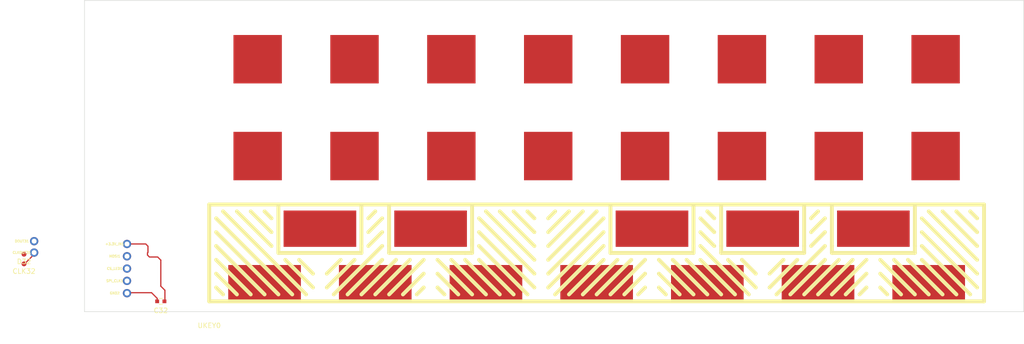
<source format=kicad_pcb>
(kicad_pcb (version 4) (host pcbnew 4.0.4-stable)

  (general
    (links 2)
    (no_connects 0)
    (area -0.050001 -64.300001 194.010001 0.050001)
    (thickness 1.6)
    (drawings 17)
    (tracks 22)
    (zones 0)
    (modules 27)
    (nets 38)
  )

  (page A4)
  (layers
    (0 F.Cu signal)
    (31 B.Cu signal)
    (32 B.Adhes user)
    (33 F.Adhes user)
    (34 B.Paste user)
    (35 F.Paste user)
    (36 B.SilkS user)
    (37 F.SilkS user)
    (38 B.Mask user)
    (39 F.Mask user)
    (40 Dwgs.User user)
    (41 Cmts.User user)
    (42 Eco1.User user)
    (43 Eco2.User user)
    (44 Edge.Cuts user)
    (45 Margin user)
    (46 B.CrtYd user hide)
    (47 F.CrtYd user hide)
    (48 B.Fab user)
    (49 F.Fab user)
  )

  (setup
    (last_trace_width 0.25)
    (trace_clearance 0.2)
    (zone_clearance 0.508)
    (zone_45_only no)
    (trace_min 0.2)
    (segment_width 0.2)
    (edge_width 0.1)
    (via_size 0.6)
    (via_drill 0.4)
    (via_min_size 0.4)
    (via_min_drill 0.3)
    (uvia_size 0.3)
    (uvia_drill 0.1)
    (uvias_allowed no)
    (uvia_min_size 0.2)
    (uvia_min_drill 0.1)
    (pcb_text_width 0.3)
    (pcb_text_size 1.5 1.5)
    (mod_edge_width 0.15)
    (mod_text_size 1 1)
    (mod_text_width 0.15)
    (pad_size 3.3 3.3)
    (pad_drill 3.3)
    (pad_to_mask_clearance 0)
    (aux_axis_origin 0 0)
    (grid_origin 185.76 -2.125)
    (visible_elements 7FFEEFFF)
    (pcbplotparams
      (layerselection 0x00030_80000001)
      (usegerberextensions false)
      (excludeedgelayer true)
      (linewidth 0.100000)
      (plotframeref false)
      (viasonmask false)
      (mode 1)
      (useauxorigin false)
      (hpglpennumber 1)
      (hpglpenspeed 20)
      (hpglpendiameter 15)
      (hpglpenoverlay 2)
      (psnegative false)
      (psa4output false)
      (plotreference true)
      (plotvalue true)
      (plotinvisibletext false)
      (padsonsilk false)
      (subtractmaskfromsilk false)
      (outputformat 1)
      (mirror false)
      (drillshape 1)
      (scaleselection 1)
      (outputdirectory ""))
  )

  (net 0 "")
  (net 1 GND)
  (net 2 +3V3)
  (net 3 "Net-(CS_LED1-Pad1)")
  (net 4 "Net-(MOSI1-Pad1)")
  (net 5 "Net-(SPI_CLK1-Pad1)")
  (net 6 "Net-(CLK32-Pad1)")
  (net 7 "Net-(CLKOUT31-Pad1)")
  (net 8 "Net-(D32-Pad1)")
  (net 9 "Net-(DOUT31-Pad1)")
  (net 10 /PAD0)
  (net 11 /PAD1)
  (net 12 /PAD2)
  (net 13 /PAD3)
  (net 14 /PAD4)
  (net 15 /PAD5)
  (net 16 /PAD6)
  (net 17 /PAD7)
  (net 18 /PAD100)
  (net 19 /PAD101)
  (net 20 /PAD102)
  (net 21 /PAD103)
  (net 22 /PAD104)
  (net 23 /PAD105)
  (net 24 /PAD106)
  (net 25 /PAD107)
  (net 26 "Net-(UKEY0-Pad1)")
  (net 27 "Net-(UKEY0-Pad2)")
  (net 28 "Net-(UKEY0-Pad5)")
  (net 29 "Net-(UKEY0-Pad3)")
  (net 30 "Net-(UKEY0-Pad4)")
  (net 31 "Net-(UKEY0-Pad8)")
  (net 32 "Net-(UKEY0-Pad6)")
  (net 33 "Net-(UKEY0-Pad7)")
  (net 34 "Net-(UKEY0-Pad9)")
  (net 35 "Net-(UKEY0-Pad11)")
  (net 36 "Net-(UKEY0-Pad10)")
  (net 37 "Net-(UKEY0-Pad12)")

  (net_class Default "This is the default net class."
    (clearance 0.2)
    (trace_width 0.25)
    (via_dia 0.6)
    (via_drill 0.4)
    (uvia_dia 0.3)
    (uvia_drill 0.1)
    (add_net +3V3)
    (add_net /PAD0)
    (add_net /PAD1)
    (add_net /PAD100)
    (add_net /PAD101)
    (add_net /PAD102)
    (add_net /PAD103)
    (add_net /PAD104)
    (add_net /PAD105)
    (add_net /PAD106)
    (add_net /PAD107)
    (add_net /PAD2)
    (add_net /PAD3)
    (add_net /PAD4)
    (add_net /PAD5)
    (add_net /PAD6)
    (add_net /PAD7)
    (add_net GND)
    (add_net "Net-(CLK32-Pad1)")
    (add_net "Net-(CLKOUT31-Pad1)")
    (add_net "Net-(CS_LED1-Pad1)")
    (add_net "Net-(D32-Pad1)")
    (add_net "Net-(DOUT31-Pad1)")
    (add_net "Net-(MOSI1-Pad1)")
    (add_net "Net-(SPI_CLK1-Pad1)")
    (add_net "Net-(UKEY0-Pad1)")
    (add_net "Net-(UKEY0-Pad10)")
    (add_net "Net-(UKEY0-Pad11)")
    (add_net "Net-(UKEY0-Pad12)")
    (add_net "Net-(UKEY0-Pad2)")
    (add_net "Net-(UKEY0-Pad3)")
    (add_net "Net-(UKEY0-Pad4)")
    (add_net "Net-(UKEY0-Pad5)")
    (add_net "Net-(UKEY0-Pad6)")
    (add_net "Net-(UKEY0-Pad7)")
    (add_net "Net-(UKEY0-Pad8)")
    (add_net "Net-(UKEY0-Pad9)")
  )

  (module Liberry:Keyboard_1_Octave_20CM (layer F.Cu) (tedit 582FCC92) (tstamp 58302574)
    (at 25.76 -2.125)
    (path /5830195A)
    (fp_text reference UKEY0 (at 0 5) (layer F.SilkS)
      (effects (font (size 1 1) (thickness 0.15)))
    )
    (fp_text value KEYBOARD_1OCT (at 0 8) (layer F.Fab)
      (effects (font (size 1 1) (thickness 0.15)))
    )
    (fp_line (start 102.8592 -18.5718) (end 104.2878 -17.1432) (layer F.SilkS) (width 0.8))
    (fp_line (start 157.146 -18.5718) (end 158.5746 -17.1432) (layer F.SilkS) (width 0.8))
    (fp_line (start 154.2888 -18.5718) (end 158.5746 -14.286) (layer F.SilkS) (width 0.8))
    (fp_line (start 151.4316 -18.5718) (end 158.5746 -11.4288) (layer F.SilkS) (width 0.8))
    (fp_line (start 148.5744 -18.5718) (end 158.5746 -8.5716) (layer F.SilkS) (width 0.8))
    (fp_line (start 147.1458 -17.1432) (end 158.5746 -5.7144) (layer F.SilkS) (width 0.8))
    (fp_line (start 147.1458 -14.286) (end 158.5746 -2.8572) (layer F.SilkS) (width 0.8))
    (fp_line (start 147.1458 -11.4288) (end 157.146 -1.4286) (layer F.SilkS) (width 0.8))
    (fp_line (start 147.1458 -8.5716) (end 154.2888 -1.4286) (layer F.SilkS) (width 0.8))
    (fp_line (start 144.2886 -8.5716) (end 151.4316 -1.4286) (layer F.SilkS) (width 0.8))
    (fp_line (start 141.4314 -8.5716) (end 148.5744 -1.4286) (layer F.SilkS) (width 0.8))
    (fp_line (start 138.5742 -8.5716) (end 145.7172 -1.4286) (layer F.SilkS) (width 0.8))
    (fp_line (start 138.5742 -5.7144) (end 142.86 -1.4286) (layer F.SilkS) (width 0.8))
    (fp_line (start 138.5742 -2.8572) (end 140.0028 -1.4286) (layer F.SilkS) (width 0.8))
    (fp_line (start 134.2884 -1.4286) (end 135.717 -2.8572) (layer F.SilkS) (width 0.8))
    (fp_line (start 131.4312 -1.4286) (end 135.717 -5.7144) (layer F.SilkS) (width 0.8))
    (fp_line (start 128.574 -1.4286) (end 135.717 -8.5716) (layer F.SilkS) (width 0.8))
    (fp_line (start 125.7168 -1.4286) (end 132.8598 -8.5716) (layer F.SilkS) (width 0.8))
    (fp_line (start 122.8596 -1.4286) (end 130.0026 -8.5716) (layer F.SilkS) (width 0.8))
    (fp_line (start 120.0024 -1.4286) (end 127.1454 -8.5716) (layer F.SilkS) (width 0.8))
    (fp_line (start 124.2882 -17.1432) (end 125.7168 -18.5718) (layer F.SilkS) (width 0.8))
    (fp_line (start 124.2882 -14.286) (end 127.1454 -17.1432) (layer F.SilkS) (width 0.8))
    (fp_line (start 124.2882 -11.4288) (end 127.1454 -14.286) (layer F.SilkS) (width 0.8))
    (fp_line (start 117.1452 -1.4286) (end 127.1454 -11.4288) (layer F.SilkS) (width 0.8))
    (fp_line (start 115.7166 -2.8572) (end 121.431 -8.5716) (layer F.SilkS) (width 0.8))
    (fp_line (start 115.7166 -5.7144) (end 118.5738 -8.5716) (layer F.SilkS) (width 0.8))
    (fp_line (start 110.0022 -8.5716) (end 112.8594 -5.7144) (layer F.SilkS) (width 0.8))
    (fp_line (start 107.145 -8.5716) (end 112.8594 -2.8572) (layer F.SilkS) (width 0.8))
    (fp_line (start 101.4306 -17.1432) (end 104.2878 -14.286) (layer F.SilkS) (width 0.8))
    (fp_line (start 101.4306 -14.286) (end 104.2878 -11.4288) (layer F.SilkS) (width 0.8))
    (fp_line (start 101.4306 -11.4288) (end 111.4308 -1.4286) (layer F.SilkS) (width 0.8))
    (fp_line (start 101.4306 -8.5716) (end 108.5736 -1.4286) (layer F.SilkS) (width 0.8))
    (fp_line (start 98.5734 -8.5716) (end 105.7164 -1.4286) (layer F.SilkS) (width 0.8))
    (fp_line (start 95.7162 -8.5716) (end 102.8592 -1.4286) (layer F.SilkS) (width 0.8))
    (fp_line (start 92.859 -8.5716) (end 100.002 -1.4286) (layer F.SilkS) (width 0.8))
    (fp_line (start 92.859 -5.7144) (end 97.1448 -1.4286) (layer F.SilkS) (width 0.8))
    (fp_line (start 92.859 -2.8572) (end 94.2876 -1.4286) (layer F.SilkS) (width 0.8))
    (fp_line (start 88.5732 -1.4286) (end 90.0018 -2.8572) (layer F.SilkS) (width 0.8))
    (fp_line (start 85.716 -1.4286) (end 90.0018 -5.7144) (layer F.SilkS) (width 0.8))
    (fp_line (start 82.8588 -1.4286) (end 90.0018 -8.5716) (layer F.SilkS) (width 0.8))
    (fp_line (start 80.0016 -1.4286) (end 87.1446 -8.5716) (layer F.SilkS) (width 0.8))
    (fp_line (start 77.1444 -1.4286) (end 84.2874 -8.5716) (layer F.SilkS) (width 0.8))
    (fp_line (start 74.2872 -1.4286) (end 81.4302 -8.5716) (layer F.SilkS) (width 0.8))
    (fp_line (start 71.43 -1.4286) (end 81.4302 -11.4288) (layer F.SilkS) (width 0.8))
    (fp_line (start 70.0014 -2.8572) (end 81.4302 -14.286) (layer F.SilkS) (width 0.8))
    (fp_line (start 70.0014 -5.7144) (end 81.4302 -17.1432) (layer F.SilkS) (width 0.8))
    (fp_line (start 70.0014 -8.5716) (end 80.0016 -18.5718) (layer F.SilkS) (width 0.8))
    (fp_line (start 70.0014 -11.4288) (end 77.1444 -18.5718) (layer F.SilkS) (width 0.8))
    (fp_line (start 70.0014 -14.286) (end 74.2872 -18.5718) (layer F.SilkS) (width 0.8))
    (fp_line (start 70.0014 -17.1432) (end 71.43 -18.5718) (layer F.SilkS) (width 0.8))
    (fp_line (start 48.5724 -1.4286) (end 47.1438 -2.8572) (layer F.SilkS) (width 0.8))
    (fp_line (start 47.1438 -5.7144) (end 51.4296 -1.4286) (layer F.SilkS) (width 0.8))
    (fp_line (start 47.1438 -8.5716) (end 54.2868 -1.4286) (layer F.SilkS) (width 0.8))
    (fp_line (start 50.001 -8.5716) (end 57.144 -1.4286) (layer F.SilkS) (width 0.8))
    (fp_line (start 52.8582 -8.5716) (end 60.0012 -1.4286) (layer F.SilkS) (width 0.8))
    (fp_line (start 55.7154 -8.5716) (end 62.8584 -1.4286) (layer F.SilkS) (width 0.8))
    (fp_line (start 42.858 -1.4286) (end 44.2866 -2.8572) (layer F.SilkS) (width 0.8))
    (fp_line (start 40.0008 -1.4286) (end 44.2866 -5.7144) (layer F.SilkS) (width 0.8))
    (fp_line (start 37.1436 -1.4286) (end 44.2866 -8.5716) (layer F.SilkS) (width 0.8))
    (fp_line (start 34.2864 -1.4286) (end 41.4294 -8.5716) (layer F.SilkS) (width 0.8))
    (fp_line (start 31.4292 -1.4286) (end 38.5722 -8.5716) (layer F.SilkS) (width 0.8))
    (fp_line (start 28.572 -1.4286) (end 35.715 -8.5716) (layer F.SilkS) (width 0.8))
    (fp_line (start 145.7172 -10.0002) (end 145.7172 -11.4288) (layer F.SilkS) (width 0.8))
    (fp_line (start 128.574 -10.0002) (end 145.7172 -10.0002) (layer F.SilkS) (width 0.8))
    (fp_line (start 128.574 -11.4288) (end 128.574 -10.0002) (layer F.SilkS) (width 0.8))
    (fp_line (start 122.8596 -10.0002) (end 122.8596 -11.4288) (layer F.SilkS) (width 0.8))
    (fp_line (start 105.7164 -10.0002) (end 122.8596 -10.0002) (layer F.SilkS) (width 0.8))
    (fp_line (start 105.7164 -11.4288) (end 105.7164 -10.0002) (layer F.SilkS) (width 0.8))
    (fp_line (start 100.002 -10.0002) (end 100.002 -11.4288) (layer F.SilkS) (width 0.8))
    (fp_line (start 82.8588 -10.0002) (end 100.002 -10.0002) (layer F.SilkS) (width 0.8))
    (fp_line (start 82.8588 -11.4288) (end 82.8588 -10.0002) (layer F.SilkS) (width 0.8))
    (fp_line (start 54.2868 -10.0002) (end 54.2868 -12.8574) (layer F.SilkS) (width 0.8))
    (fp_line (start 52.8582 -10.0002) (end 54.2868 -10.0002) (layer F.SilkS) (width 0.8))
    (fp_line (start 37.1436 -10.0002) (end 52.8582 -10.0002) (layer F.SilkS) (width 0.8))
    (fp_line (start 37.1436 -11.4288) (end 37.1436 -10.0002) (layer F.SilkS) (width 0.8))
    (fp_line (start 27.1434 -8.5716) (end 24.2862 -5.7144) (layer F.SilkS) (width 0.8))
    (fp_line (start 25.7148 -4.2858) (end 24.2862 -2.8572) (layer F.SilkS) (width 0.8))
    (fp_line (start 18.5718 -8.5716) (end 21.429 -5.7144) (layer F.SilkS) (width 0.8))
    (fp_line (start 15.7146 -8.5716) (end 21.429 -2.8572) (layer F.SilkS) (width 0.8))
    (fp_line (start 30.0006 -8.5716) (end 25.7148 -4.2858) (layer F.SilkS) (width 0.8))
    (fp_line (start 35.715 -14.286) (end 32.8578 -11.4288) (layer F.SilkS) (width 0.8))
    (fp_line (start 31.4292 -10.0002) (end 31.4292 -11.4288) (layer F.SilkS) (width 0.8))
    (fp_line (start 14.286 -10.0002) (end 31.4292 -10.0002) (layer F.SilkS) (width 0.8))
    (fp_line (start 14.286 -11.4288) (end 14.286 -10.0002) (layer F.SilkS) (width 0.8))
    (fp_line (start 67.1442 -17.1432) (end 65.7156 -18.5718) (layer F.SilkS) (width 0.8))
    (fp_line (start 62.8584 -18.5718) (end 67.1442 -14.286) (layer F.SilkS) (width 0.8))
    (fp_line (start 60.0012 -18.5718) (end 67.1442 -11.4288) (layer F.SilkS) (width 0.8))
    (fp_line (start 57.144 -18.5718) (end 67.1442 -8.5716) (layer F.SilkS) (width 0.8))
    (fp_line (start 55.7154 -17.1432) (end 67.1442 -5.7144) (layer F.SilkS) (width 0.8))
    (fp_line (start 55.7154 -14.286) (end 67.1442 -2.8572) (layer F.SilkS) (width 0.8))
    (fp_line (start 55.7154 -11.4288) (end 65.7156 -1.4286) (layer F.SilkS) (width 0.8))
    (fp_line (start 32.8578 -17.1432) (end 34.2864 -18.5718) (layer F.SilkS) (width 0.8))
    (fp_line (start 32.8578 -14.286) (end 35.715 -17.1432) (layer F.SilkS) (width 0.8))
    (fp_line (start 25.7148 -1.4286) (end 35.715 -11.4288) (layer F.SilkS) (width 0.8))
    (fp_line (start 1.4286 -2.8572) (end 2.8572 -1.4286) (layer F.SilkS) (width 0.8))
    (fp_line (start 1.4286 -5.7144) (end 5.7144 -1.4286) (layer F.SilkS) (width 0.8))
    (fp_line (start 1.4286 -8.5716) (end 8.5716 -1.4286) (layer F.SilkS) (width 0.8))
    (fp_line (start 1.4286 -11.4288) (end 11.4288 -1.4286) (layer F.SilkS) (width 0.8))
    (fp_line (start 1.4286 -14.286) (end 14.286 -1.4286) (layer F.SilkS) (width 0.8))
    (fp_line (start 1.4286 -17.1432) (end 17.1432 -1.4286) (layer F.SilkS) (width 0.8))
    (fp_line (start 2.8572 -18.5718) (end 20.0004 -1.4286) (layer F.SilkS) (width 0.8))
    (fp_line (start 5.7144 -18.5718) (end 12.8574 -11.4288) (layer F.SilkS) (width 0.8))
    (fp_line (start 8.5716 -18.5718) (end 12.8574 -14.286) (layer F.SilkS) (width 0.8))
    (fp_line (start 11.4288 -18.5718) (end 12.8574 -17.1432) (layer F.SilkS) (width 0.8))
    (fp_line (start 160 -20) (end 160 0) (layer F.SilkS) (width 0.8))
    (fp_line (start 0 -20) (end 160 -20) (layer F.SilkS) (width 0.8))
    (fp_line (start 0 0) (end 0 -20) (layer F.SilkS) (width 0.8))
    (fp_line (start 145.7121 -11.4284) (end 145.7121 -19.9997) (layer F.SilkS) (width 0.8))
    (fp_line (start 128.5695 -19.9997) (end 128.5695 -11.4284) (layer F.SilkS) (width 0.8))
    (fp_line (start 122.8553 -11.4284) (end 122.8553 -19.9997) (layer F.SilkS) (width 0.8))
    (fp_line (start 105.7127 -19.9997) (end 105.7127 -11.4284) (layer F.SilkS) (width 0.8))
    (fp_line (start 99.9985 -11.4284) (end 99.9985 -19.9997) (layer F.SilkS) (width 0.8))
    (fp_line (start 82.8559 -19.9997) (end 82.8559 -11.4284) (layer F.SilkS) (width 0.8))
    (fp_line (start 54.2849 -11.4284) (end 54.2849 -19.9997) (layer F.SilkS) (width 0.8))
    (fp_line (start 37.1423 -19.9997) (end 37.1423 -11.4284) (layer F.SilkS) (width 0.8))
    (fp_line (start 31.4281 -11.4284) (end 31.4281 -19.9997) (layer F.SilkS) (width 0.8))
    (fp_line (start 14.2855 -19.9997) (end 14.2855 -11.4284) (layer F.SilkS) (width 0.8))
    (fp_line (start 160.0004 0) (end 0 0) (layer F.SilkS) (width 0.8))
    (fp_line (start 137.1426 0) (end 137.1426 -40) (layer F.Fab) (width 0.15))
    (fp_line (start 114.2855 0) (end 114.2855 -40) (layer F.Fab) (width 0.15))
    (fp_line (start 91.4284 0) (end 91.4284 -40) (layer F.Fab) (width 0.15))
    (fp_line (start 68.5713 0) (end 68.5713 -40) (layer F.Fab) (width 0.15))
    (fp_line (start 45.7142 0) (end 45.7142 -40) (layer F.Fab) (width 0.15))
    (fp_line (start 22.8571 0) (end 22.8571 -40) (layer F.Fab) (width 0.15))
    (fp_line (start 160 0) (end 0 0) (layer F.Fab) (width 0.15))
    (fp_line (start 160 -40) (end 160 0) (layer F.Fab) (width 0.15))
    (fp_line (start 0 0) (end 0 -40) (layer F.Fab) (width 0.15))
    (pad 1 smd rect (at 11.4286 -3.75) (size 15 7.5) (layers F.Cu F.Paste F.Mask)
      (net 26 "Net-(UKEY0-Pad1)"))
    (pad 2 smd rect (at 22.8571 -15) (size 15 7.5) (layers F.Cu F.Paste F.Mask)
      (net 27 "Net-(UKEY0-Pad2)"))
    (pad 5 smd rect (at 57.143 -3.75) (size 15 7.5) (layers F.Cu F.Paste F.Mask)
      (net 28 "Net-(UKEY0-Pad5)"))
    (pad 3 smd rect (at 34.2858 -3.75) (size 15 7.5) (layers F.Cu F.Paste F.Mask)
      (net 29 "Net-(UKEY0-Pad3)"))
    (pad 4 smd rect (at 45.7144 -15) (size 15 7.5) (layers F.Cu F.Paste F.Mask)
      (net 30 "Net-(UKEY0-Pad4)"))
    (pad 8 smd rect (at 102.8574 -3.75) (size 15 7.5) (layers F.Cu F.Paste F.Mask)
      (net 31 "Net-(UKEY0-Pad8)"))
    (pad 6 smd rect (at 80.0002 -3.75) (size 15 7.5) (layers F.Cu F.Paste F.Mask)
      (net 32 "Net-(UKEY0-Pad6)"))
    (pad 7 smd rect (at 91.4288 -15) (size 15 7.5) (layers F.Cu F.Paste F.Mask)
      (net 33 "Net-(UKEY0-Pad7)"))
    (pad 9 smd rect (at 114.286 -15) (size 15 7.5) (layers F.Cu F.Paste F.Mask)
      (net 34 "Net-(UKEY0-Pad9)"))
    (pad 11 smd rect (at 137.1432 -15) (size 15 7.5) (layers F.Cu F.Paste F.Mask)
      (net 35 "Net-(UKEY0-Pad11)"))
    (pad 10 smd rect (at 125.7146 -3.75) (size 15 7.5) (layers F.Cu F.Paste F.Mask)
      (net 36 "Net-(UKEY0-Pad10)"))
    (pad 12 smd rect (at 148.5718 -3.75) (size 15 7.5) (layers F.Cu F.Paste F.Mask)
      (net 37 "Net-(UKEY0-Pad12)"))
  )

  (module Liberry:TOUCH_PAD_10CM (layer F.Cu) (tedit 582F8670) (tstamp 582F89CA)
    (at 175.76 -32.125)
    (path /582FF072)
    (fp_text reference PAD107 (at 0 6) (layer F.SilkS) hide
      (effects (font (size 1 1) (thickness 0.15)))
    )
    (fp_text value TOUCHPAD_10CM (at 0 6) (layer F.Fab)
      (effects (font (size 1 1) (thickness 0.15)))
    )
    (pad 1 smd rect (at 0 0) (size 10 10) (layers F.Cu)
      (net 25 /PAD107))
  )

  (module Liberry:TOUCH_PAD_10CM (layer F.Cu) (tedit 582F8670) (tstamp 582F89C5)
    (at 155.76 -32.125)
    (path /582FF06A)
    (fp_text reference PAD106 (at 0 6) (layer F.SilkS) hide
      (effects (font (size 1 1) (thickness 0.15)))
    )
    (fp_text value TOUCHPAD_10CM (at 0 6) (layer F.Fab)
      (effects (font (size 1 1) (thickness 0.15)))
    )
    (pad 1 smd rect (at 0 0) (size 10 10) (layers F.Cu)
      (net 24 /PAD106))
  )

  (module Liberry:TOUCH_PAD_10CM (layer F.Cu) (tedit 582F8670) (tstamp 582F89C0)
    (at 135.76 -32.125)
    (path /582FF062)
    (fp_text reference PAD105 (at 0 6) (layer F.SilkS) hide
      (effects (font (size 1 1) (thickness 0.15)))
    )
    (fp_text value TOUCHPAD_10CM (at 0 6) (layer F.Fab)
      (effects (font (size 1 1) (thickness 0.15)))
    )
    (pad 1 smd rect (at 0 0) (size 10 10) (layers F.Cu)
      (net 23 /PAD105))
  )

  (module Liberry:TOUCH_PAD_10CM (layer F.Cu) (tedit 582F8670) (tstamp 582F89BB)
    (at 115.76 -32.125)
    (path /582FF05A)
    (fp_text reference PAD104 (at 0 6) (layer F.SilkS) hide
      (effects (font (size 1 1) (thickness 0.15)))
    )
    (fp_text value TOUCHPAD_10CM (at 0 6) (layer F.Fab)
      (effects (font (size 1 1) (thickness 0.15)))
    )
    (pad 1 smd rect (at 0 0) (size 10 10) (layers F.Cu)
      (net 22 /PAD104))
  )

  (module Liberry:TOUCH_PAD_10CM (layer F.Cu) (tedit 582F8670) (tstamp 582F89B6)
    (at 95.76 -32.125)
    (path /582FF052)
    (fp_text reference PAD103 (at 0 6) (layer F.SilkS) hide
      (effects (font (size 1 1) (thickness 0.15)))
    )
    (fp_text value TOUCHPAD_10CM (at 0 6) (layer F.Fab)
      (effects (font (size 1 1) (thickness 0.15)))
    )
    (pad 1 smd rect (at 0 0) (size 10 10) (layers F.Cu)
      (net 21 /PAD103))
  )

  (module Liberry:TOUCH_PAD_10CM (layer F.Cu) (tedit 582F8670) (tstamp 582F89B1)
    (at 75.76 -32.125)
    (path /582FF04A)
    (fp_text reference PAD102 (at 0 6) (layer F.SilkS) hide
      (effects (font (size 1 1) (thickness 0.15)))
    )
    (fp_text value TOUCHPAD_10CM (at 0 6) (layer F.Fab)
      (effects (font (size 1 1) (thickness 0.15)))
    )
    (pad 1 smd rect (at 0 0) (size 10 10) (layers F.Cu)
      (net 20 /PAD102))
  )

  (module Liberry:TOUCH_PAD_10CM (layer F.Cu) (tedit 582F8670) (tstamp 582F89AC)
    (at 55.76 -32.125)
    (path /582FF042)
    (fp_text reference PAD101 (at 0 6) (layer F.SilkS) hide
      (effects (font (size 1 1) (thickness 0.15)))
    )
    (fp_text value TOUCHPAD_10CM (at 0 6) (layer F.Fab)
      (effects (font (size 1 1) (thickness 0.15)))
    )
    (pad 1 smd rect (at 0 0) (size 10 10) (layers F.Cu)
      (net 19 /PAD101))
  )

  (module Liberry:TOUCH_PAD_10CM (layer F.Cu) (tedit 582F8670) (tstamp 582F89A7)
    (at 35.76 -32.125)
    (path /582FF03A)
    (fp_text reference PAD100 (at 0 6) (layer F.SilkS) hide
      (effects (font (size 1 1) (thickness 0.15)))
    )
    (fp_text value TOUCHPAD_10CM (at 0 6) (layer F.Fab)
      (effects (font (size 1 1) (thickness 0.15)))
    )
    (pad 1 smd rect (at 0 0) (size 10 10) (layers F.Cu)
      (net 18 /PAD100))
  )

  (module Liberry:TOUCH_PAD_10CM (layer F.Cu) (tedit 582F8670) (tstamp 582F89A2)
    (at 175.76 -52.125)
    (path /582FEF76)
    (fp_text reference PAD7 (at 0 6) (layer F.SilkS) hide
      (effects (font (size 1 1) (thickness 0.15)))
    )
    (fp_text value TOUCHPAD_10CM (at 0 6) (layer F.Fab)
      (effects (font (size 1 1) (thickness 0.15)))
    )
    (pad 1 smd rect (at 0 0) (size 10 10) (layers F.Cu)
      (net 17 /PAD7))
  )

  (module Liberry:TOUCH_PAD_10CM (layer F.Cu) (tedit 582F8670) (tstamp 582F899D)
    (at 155.76 -52.125)
    (path /582FEF6E)
    (fp_text reference PAD6 (at 0 6) (layer F.SilkS) hide
      (effects (font (size 1 1) (thickness 0.15)))
    )
    (fp_text value TOUCHPAD_10CM (at 0 6) (layer F.Fab)
      (effects (font (size 1 1) (thickness 0.15)))
    )
    (pad 1 smd rect (at 0 0) (size 10 10) (layers F.Cu)
      (net 16 /PAD6))
  )

  (module Liberry:TOUCH_PAD_10CM (layer F.Cu) (tedit 582F8670) (tstamp 582F8998)
    (at 135.76 -52.125)
    (path /582FEF66)
    (fp_text reference PAD5 (at 0 6) (layer F.SilkS) hide
      (effects (font (size 1 1) (thickness 0.15)))
    )
    (fp_text value TOUCHPAD_10CM (at 0 6) (layer F.Fab)
      (effects (font (size 1 1) (thickness 0.15)))
    )
    (pad 1 smd rect (at 0 0) (size 10 10) (layers F.Cu)
      (net 15 /PAD5))
  )

  (module Liberry:TOUCH_PAD_10CM (layer F.Cu) (tedit 582F8670) (tstamp 582F8993)
    (at 115.76 -52.125)
    (path /582FEF5E)
    (fp_text reference PAD4 (at 0 6) (layer F.SilkS) hide
      (effects (font (size 1 1) (thickness 0.15)))
    )
    (fp_text value TOUCHPAD_10CM (at 0 6) (layer F.Fab)
      (effects (font (size 1 1) (thickness 0.15)))
    )
    (pad 1 smd rect (at 0 0) (size 10 10) (layers F.Cu)
      (net 14 /PAD4))
  )

  (module Liberry:TOUCH_PAD_10CM (layer F.Cu) (tedit 582F8670) (tstamp 582F898E)
    (at 95.76 -52.125)
    (path /582FEDAC)
    (fp_text reference PAD3 (at 0 6) (layer F.SilkS) hide
      (effects (font (size 1 1) (thickness 0.15)))
    )
    (fp_text value TOUCHPAD_10CM (at 0 6) (layer F.Fab)
      (effects (font (size 1 1) (thickness 0.15)))
    )
    (pad 1 smd rect (at 0 0) (size 10 10) (layers F.Cu)
      (net 13 /PAD3))
  )

  (module Liberry:TOUCH_PAD_10CM (layer F.Cu) (tedit 582F8670) (tstamp 582F8989)
    (at 75.76 -52.125)
    (path /582FED67)
    (fp_text reference PAD2 (at 0 6) (layer F.SilkS) hide
      (effects (font (size 1 1) (thickness 0.15)))
    )
    (fp_text value TOUCHPAD_10CM (at 0 6) (layer F.Fab)
      (effects (font (size 1 1) (thickness 0.15)))
    )
    (pad 1 smd rect (at 0 0) (size 10 10) (layers F.Cu)
      (net 12 /PAD2))
  )

  (module Liberry:TOUCH_PAD_10CM (layer F.Cu) (tedit 582F8670) (tstamp 582F8984)
    (at 55.76 -52.125)
    (path /582FED2B)
    (fp_text reference PAD1 (at 0 6) (layer F.SilkS) hide
      (effects (font (size 1 1) (thickness 0.15)))
    )
    (fp_text value TOUCHPAD_10CM (at 0 6) (layer F.Fab)
      (effects (font (size 1 1) (thickness 0.15)))
    )
    (pad 1 smd rect (at 0 0) (size 10 10) (layers F.Cu)
      (net 11 /PAD1))
  )

  (module Liberry:TOUCH_PAD_10CM (layer F.Cu) (tedit 582F8670) (tstamp 582F897F)
    (at 35.76 -52.125)
    (path /582FEA86)
    (fp_text reference PAD0 (at 0 6) (layer F.SilkS) hide
      (effects (font (size 1 1) (thickness 0.15)))
    )
    (fp_text value TOUCHPAD_10CM (at 0 6) (layer F.Fab)
      (effects (font (size 1 1) (thickness 0.15)))
    )
    (pad 1 smd rect (at 0 0) (size 10 10) (layers F.Cu)
      (net 10 /PAD0))
  )

  (module Liberry:single_0.1 (layer F.Cu) (tedit 5829F5BC) (tstamp 582E5092)
    (at 8.78 -6.35)
    (descr "10 pins through hole IDC header")
    (tags "IDC header socket VASCH")
    (path /582FA47D)
    (fp_text reference SPI_CLK1 (at -2.54 0) (layer F.SilkS)
      (effects (font (size 0.5 0.5) (thickness 0.125)))
    )
    (fp_text value CONN_01X01 (at 0 2.54) (layer F.Fab)
      (effects (font (size 1 1) (thickness 0.15)))
    )
    (pad 1 thru_hole circle (at 0 0) (size 1.7272 1.7272) (drill 1.016) (layers *.Cu *.Mask)
      (net 5 "Net-(SPI_CLK1-Pad1)"))
  )

  (module Liberry:single_0.1 (layer F.Cu) (tedit 5829F5BC) (tstamp 582E508D)
    (at 8.78 -11.43)
    (descr "10 pins through hole IDC header")
    (tags "IDC header socket VASCH")
    (path /582FA982)
    (fp_text reference MOSI1 (at -2.54 0) (layer F.SilkS)
      (effects (font (size 0.5 0.5) (thickness 0.125)))
    )
    (fp_text value CONN_01X01 (at 0 2.54) (layer F.Fab)
      (effects (font (size 1 1) (thickness 0.15)))
    )
    (pad 1 thru_hole circle (at 0 0) (size 1.7272 1.7272) (drill 1.016) (layers *.Cu *.Mask)
      (net 4 "Net-(MOSI1-Pad1)"))
  )

  (module Liberry:single_0.1 (layer F.Cu) (tedit 5829F5BC) (tstamp 582E5088)
    (at 8.78 -3.81)
    (descr "10 pins through hole IDC header")
    (tags "IDC header socket VASCH")
    (path /582F5B39)
    (fp_text reference GND2 (at -2.54 0) (layer F.SilkS)
      (effects (font (size 0.5 0.5) (thickness 0.125)))
    )
    (fp_text value CONN_01X01 (at 0 2.54) (layer F.Fab)
      (effects (font (size 1 1) (thickness 0.15)))
    )
    (pad 1 thru_hole circle (at 0 0) (size 1.7272 1.7272) (drill 1.016) (layers *.Cu *.Mask)
      (net 1 GND))
  )

  (module Liberry:single_0.1 (layer F.Cu) (tedit 5829F5BC) (tstamp 582E5083)
    (at 8.78 -8.89)
    (descr "10 pins through hole IDC header")
    (tags "IDC header socket VASCH")
    (path /582F82B7)
    (fp_text reference CS_LED1 (at -2.54 0) (layer F.SilkS)
      (effects (font (size 0.5 0.5) (thickness 0.125)))
    )
    (fp_text value CONN_01X01 (at 0 2.54) (layer F.Fab)
      (effects (font (size 1 1) (thickness 0.15)))
    )
    (pad 1 thru_hole circle (at 0 0) (size 1.7272 1.7272) (drill 1.016) (layers *.Cu *.Mask)
      (net 3 "Net-(CS_LED1-Pad1)"))
  )

  (module Capacitors_SMD:C_0603 (layer F.Cu) (tedit 5415D631) (tstamp 582E505E)
    (at 15.76 -2.1187 180)
    (descr "Capacitor SMD 0603, reflow soldering, AVX (see smccp.pdf)")
    (tags "capacitor 0603")
    (path /582E6B6A)
    (attr smd)
    (fp_text reference C32 (at 0 -1.9 180) (layer F.SilkS)
      (effects (font (size 1 1) (thickness 0.15)))
    )
    (fp_text value 0.1u (at 0 1.9 180) (layer F.Fab)
      (effects (font (size 1 1) (thickness 0.15)))
    )
    (fp_line (start -0.8 0.4) (end -0.8 -0.4) (layer F.Fab) (width 0.15))
    (fp_line (start 0.8 0.4) (end -0.8 0.4) (layer F.Fab) (width 0.15))
    (fp_line (start 0.8 -0.4) (end 0.8 0.4) (layer F.Fab) (width 0.15))
    (fp_line (start -0.8 -0.4) (end 0.8 -0.4) (layer F.Fab) (width 0.15))
    (fp_line (start -1.45 -0.75) (end 1.45 -0.75) (layer F.CrtYd) (width 0.05))
    (fp_line (start -1.45 0.75) (end 1.45 0.75) (layer F.CrtYd) (width 0.05))
    (fp_line (start -1.45 -0.75) (end -1.45 0.75) (layer F.CrtYd) (width 0.05))
    (fp_line (start 1.45 -0.75) (end 1.45 0.75) (layer F.CrtYd) (width 0.05))
    (fp_line (start -0.35 -0.6) (end 0.35 -0.6) (layer F.SilkS) (width 0.15))
    (fp_line (start 0.35 0.6) (end -0.35 0.6) (layer F.SilkS) (width 0.15))
    (pad 1 smd rect (at -0.75 0 180) (size 0.8 0.75) (layers F.Cu F.Paste F.Mask)
      (net 2 +3V3))
    (pad 2 smd rect (at 0.75 0 180) (size 0.8 0.75) (layers F.Cu F.Paste F.Mask)
      (net 1 GND))
    (model Capacitors_SMD.3dshapes/C_0603.wrl
      (at (xyz 0 0 0))
      (scale (xyz 1 1 1))
      (rotate (xyz 0 0 0))
    )
  )

  (module Liberry:single_0.1 (layer F.Cu) (tedit 5829F5BC) (tstamp 582E5049)
    (at 8.78 -13.97)
    (descr "10 pins through hole IDC header")
    (tags "IDC header socket VASCH")
    (path /582EC3D0)
    (fp_text reference +3.3V_IN1 (at -2.54 0) (layer F.SilkS)
      (effects (font (size 0.5 0.5) (thickness 0.125)))
    )
    (fp_text value CONN_01X01 (at 0 2.54) (layer F.Fab)
      (effects (font (size 1 1) (thickness 0.15)))
    )
    (pad 1 thru_hole circle (at 0 0) (size 1.7272 1.7272) (drill 1.016) (layers *.Cu *.Mask)
      (net 2 +3V3))
  )

  (module Liberry:single_0.1 (layer F.Cu) (tedit 5829F5BC) (tstamp 582E361E)
    (at -10.397 -12.192)
    (descr "10 pins through hole IDC header")
    (tags "IDC header socket VASCH")
    (path /582E4567)
    (fp_text reference CLKOUT31 (at -2.54 0) (layer F.SilkS)
      (effects (font (size 0.5 0.5) (thickness 0.125)))
    )
    (fp_text value CONN_01X01 (at 0 2.54) (layer F.Fab)
      (effects (font (size 1 1) (thickness 0.15)))
    )
    (pad 1 thru_hole circle (at 0 0) (size 1.7272 1.7272) (drill 1.016) (layers *.Cu *.Mask)
      (net 7 "Net-(CLKOUT31-Pad1)"))
  )

  (module Liberry:single_0.1 (layer F.Cu) (tedit 5829F5BC) (tstamp 582E3678)
    (at -10.397 -14.5482)
    (descr "10 pins through hole IDC header")
    (tags "IDC header socket VASCH")
    (path /582E455F)
    (fp_text reference DOUT31 (at -2.54 0) (layer F.SilkS)
      (effects (font (size 0.5 0.5) (thickness 0.125)))
    )
    (fp_text value CONN_01X01 (at 0 2.54) (layer F.Fab)
      (effects (font (size 1 1) (thickness 0.15)))
    )
    (pad 1 thru_hole circle (at 0 0) (size 1.7272 1.7272) (drill 1.016) (layers *.Cu *.Mask)
      (net 9 "Net-(DOUT31-Pad1)"))
  )

  (module Liberry:TESTPAD (layer F.Cu) (tedit 582BAB62) (tstamp 582E3673)
    (at -12.487 -11.8576)
    (path /5838361B)
    (fp_text reference D32 (at 0 1.524) (layer F.SilkS)
      (effects (font (size 1 1) (thickness 0.15)))
    )
    (fp_text value CONN_01X01 (at 0 -1.524) (layer F.Fab)
      (effects (font (size 1 1) (thickness 0.15)))
    )
    (pad 1 smd circle (at 0 0 270) (size 1 1) (layers F.Cu F.Paste F.Mask)
      (net 8 "Net-(D32-Pad1)"))
  )

  (module Liberry:TESTPAD (layer F.Cu) (tedit 582BAB62) (tstamp 582E3619)
    (at -12.487 -9.8576)
    (path /58383624)
    (fp_text reference CLK32 (at 0 1.524) (layer F.SilkS)
      (effects (font (size 1 1) (thickness 0.15)))
    )
    (fp_text value CONN_01X01 (at 0 -1.524) (layer F.Fab)
      (effects (font (size 1 1) (thickness 0.15)))
    )
    (pad 1 smd circle (at 0 0 270) (size 1 1) (layers F.Cu F.Paste F.Mask)
      (net 6 "Net-(CLK32-Pad1)"))
  )

  (gr_line (start 185.76 -62.125) (end 25.76 -62.125) (layer Dwgs.User) (width 0.2))
  (gr_line (start 25.76 -42.125) (end 185.76 -42.125) (layer Dwgs.User) (width 0.2))
  (gr_line (start 25.76 -22.125) (end 185.76 -22.125) (layer Dwgs.User) (width 0.2))
  (gr_line (start 185.76 -2.125) (end 25.76 -2.125) (layer Dwgs.User) (width 0.2))
  (gr_line (start 25.76 0) (end 25.76 -64.25) (layer Dwgs.User) (width 0.2))
  (gr_line (start 45.76 0) (end 45.76 -64.25) (layer Dwgs.User) (width 0.2))
  (gr_line (start 65.76 0) (end 65.76 -64.25) (layer Dwgs.User) (width 0.2))
  (gr_line (start 85.76 0) (end 85.76 -64.25) (layer Dwgs.User) (width 0.2))
  (gr_line (start 105.76 0) (end 105.76 -64.25) (layer Dwgs.User) (width 0.2))
  (gr_line (start 125.76 0) (end 125.76 -64.25) (layer Dwgs.User) (width 0.2))
  (gr_line (start 145.76 0) (end 145.76 -64.25) (layer Dwgs.User) (width 0.2))
  (gr_line (start 165.76 -64.25) (end 165.76 0) (layer Dwgs.User) (width 0.2))
  (gr_line (start 185.76 0) (end 185.76 -64.25) (layer Dwgs.User) (width 0.2))
  (gr_line (start 193.96 -64.25) (end 193.96 0) (layer Edge.Cuts) (width 0.1))
  (gr_line (start 0 -64.25) (end 193.96 -64.25) (layer Edge.Cuts) (width 0.1))
  (gr_line (start 0 0) (end 193.96 0) (layer Edge.Cuts) (width 0.1))
  (gr_line (start 0 -64.25) (end 0 0) (layer Edge.Cuts) (width 0.1))

  (segment (start 25.76 -2.125) (end 25.76 -32.125) (width 0.25) (layer Dwgs.User) (net 0))
  (segment (start 185.76 -2.125) (end 25.76 -2.125) (width 0.25) (layer Dwgs.User) (net 0))
  (segment (start 15.035 -2.1187) (end 15.01 -2.1187) (width 0.25) (layer F.Cu) (net 1) (status 30))
  (segment (start 13.8475 -3.9062) (end 8.8762 -3.9062) (width 0.25) (layer F.Cu) (net 1) (status 20))
  (segment (start 8.8762 -3.9062) (end 8.78 -3.81) (width 0.25) (layer F.Cu) (net 1) (status 30))
  (segment (start 15.01 -2.1187) (end 15.01 -2.7437) (width 0.25) (layer F.Cu) (net 1) (status 10))
  (segment (start 15.01 -2.7437) (end 13.8475 -3.9062) (width 0.25) (layer F.Cu) (net 1))
  (segment (start 16.51 -2.1187) (end 16.535 -2.1187) (width 0.25) (layer F.Cu) (net 2) (status 30))
  (segment (start 16.535 -2.1187) (end 16.610001 -2.193701) (width 0.25) (layer F.Cu) (net 2) (status 30))
  (segment (start 16.610001 -2.193701) (end 16.610001 -4.406199) (width 0.25) (layer F.Cu) (net 2) (status 10))
  (segment (start 16.610001 -4.406199) (end 15.76 -5.2562) (width 0.25) (layer F.Cu) (net 2))
  (segment (start 15.76 -5.2562) (end 15.76 -10.6312) (width 0.25) (layer F.Cu) (net 2))
  (segment (start 13.41 -11.2812) (end 15.11 -11.2812) (width 0.25) (layer F.Cu) (net 2))
  (segment (start 15.11 -11.2812) (end 15.76 -10.6312) (width 0.25) (layer F.Cu) (net 2))
  (segment (start 13.11 -13.5062) (end 13.11 -12.2312) (width 0.25) (layer F.Cu) (net 2))
  (segment (start 13.11 -12.2312) (end 13.01 -12.1312) (width 0.25) (layer F.Cu) (net 2))
  (segment (start 13.01 -12.1312) (end 13.01 -11.6812) (width 0.25) (layer F.Cu) (net 2))
  (segment (start 13.01 -11.6812) (end 13.41 -11.2812) (width 0.25) (layer F.Cu) (net 2))
  (segment (start 8.78 -13.97) (end 12.6462 -13.97) (width 0.25) (layer F.Cu) (net 2) (status 10))
  (segment (start 12.6462 -13.97) (end 13.11 -13.5062) (width 0.25) (layer F.Cu) (net 2))
  (segment (start -12.487 -9.7482) (end -10.397 -11.8382) (width 0.25) (layer F.Cu) (net 6) (status 30))
  (segment (start -10.397 -11.8382) (end -10.397 -12.192) (width 0.25) (layer F.Cu) (net 7) (status 30))

)

</source>
